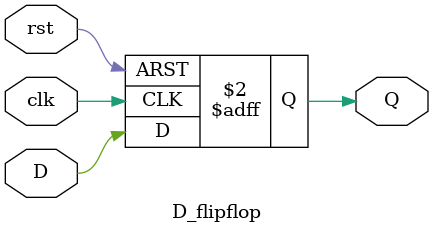
<source format=v>

module D_flipflop (
    input  wire clk, rst, D,
    output reg  Q
);
    always @(posedge clk or posedge rst) begin
        if (rst)
            Q <= 1'b0;   // Reset
        else
            Q <= D;      // Capture D at clock edge
    end
endmodule
</source>
